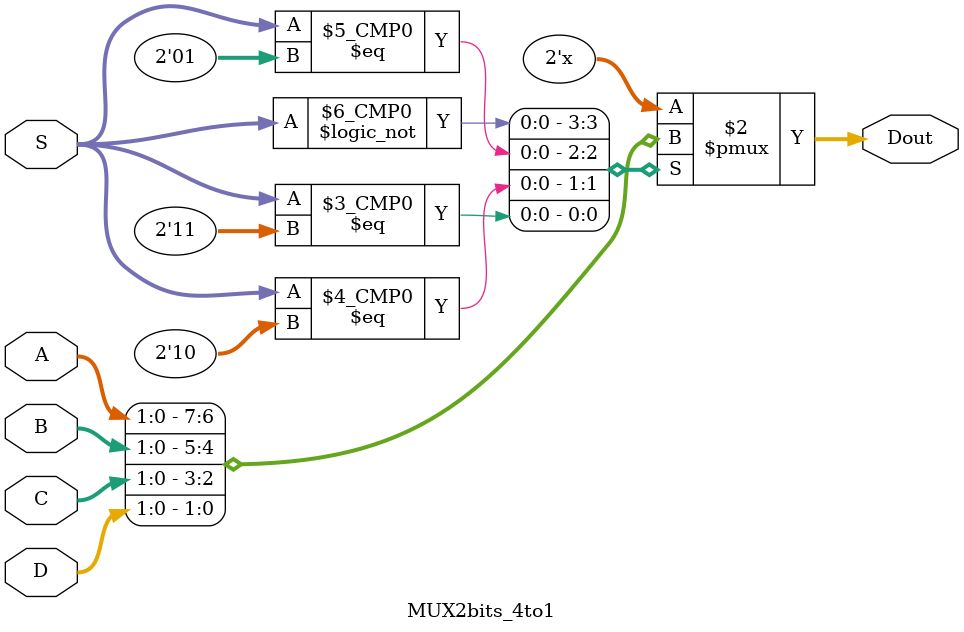
<source format=v>
module MUX5bits_3to1(A,B,S,Dout);
    input [4:0] A,B;
    input [1:0]S;
    output reg [4:0] Dout;

    always @(A or B or S)
        if(S[1])
            Dout = 5'b11111;//JAL
        else if(S[0])
            Dout = B;
        else
            Dout = A;

endmodule

module MUX5bits_OrNot(A,S,Dout);//register need to use or not
    input [4:0] A;
    input S;
    output reg [4:0] Dout;

    always @(A or S)
        if(S)
            Dout = A;
        else
            Dout = 5'b0;

endmodule 

module MUX32bits_2to1(A,B,S,Dout);
    input [31:0] A,B;
    input S;
    output reg [31:0] Dout;

    always @(A or B or S)
        if(S)
            Dout = B;
        else
            Dout = A;

endmodule

module MUX32bits_4to1(A,B,C,D,S,Dout);
    input [31:0] A,B,C,D;
    input [1:0] S;
    output reg [31:0] Dout;

    always @(A or B or C or D or S)
        case (S)
            2'b00: Dout = A;
            2'b01: Dout = B;
            2'b10: Dout = C;
            2'b11: Dout = D;
        endcase
       
endmodule

module MUX32bits_5to1(A,B,C,D,E,S,Dout);
    input [31:0] A,B,C,D,E;
    input [2:0] S;
    output reg [31:0] Dout;

    always @(A or B or C or D or E or S)
        case (S)
            3'b000: Dout = A;
            3'b001: Dout = B;
            3'b010: Dout = C;
            3'b011: Dout = D;
            default:Dout = E;
        endcase
       
endmodule


module MUX2bits_4to1(A,B,C,D,S,Dout);
    input [1:0] A,B,C,D;
    input [1:0] S;
    output reg [1:0] Dout;

    always @(A or B or C or D or S)
        case (S)
            2'b00: Dout = A;
            2'b01: Dout = B;
            2'b10: Dout = C;
            2'b11: Dout = D;
        endcase
       
endmodule
</source>
